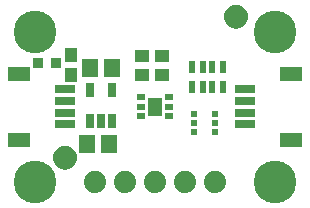
<source format=gbr>
G04 EAGLE Gerber RS-274X export*
G75*
%MOMM*%
%FSLAX34Y34*%
%LPD*%
%INSoldermask Top*%
%IPPOS*%
%AMOC8*
5,1,8,0,0,1.08239X$1,22.5*%
G01*
%ADD10R,0.651600X0.501600*%
%ADD11R,1.151600X1.601600*%
%ADD12R,1.341600X1.601600*%
%ADD13R,0.651600X1.301600*%
%ADD14R,1.176600X1.101600*%
%ADD15R,0.551600X1.001600*%
%ADD16R,0.601600X0.601600*%
%ADD17R,0.601600X0.501600*%
%ADD18C,3.617600*%
%ADD19R,1.651600X0.701600*%
%ADD20R,1.901600X1.301600*%
%ADD21C,1.101600*%
%ADD22C,0.500000*%
%ADD23R,0.901600X0.901600*%
%ADD24R,1.101600X1.176600*%
%ADD25C,1.879600*%


D10*
X114750Y80900D03*
X114750Y88900D03*
X114750Y96900D03*
X139250Y80900D03*
X139250Y88900D03*
X139250Y96900D03*
D11*
X127000Y88900D03*
D12*
X69240Y57150D03*
X88240Y57150D03*
D13*
X71780Y77169D03*
X81280Y77169D03*
X90780Y77169D03*
X90780Y103171D03*
X71780Y103171D03*
D12*
X71780Y121920D03*
X90780Y121920D03*
D14*
X115960Y115570D03*
X132960Y115570D03*
D15*
X184450Y105800D03*
X184450Y122800D03*
X175450Y105800D03*
X167450Y105800D03*
X158450Y105800D03*
X158450Y122800D03*
X175450Y122800D03*
X167450Y122800D03*
D16*
X177910Y67430D03*
D17*
X177910Y74930D03*
D16*
X177910Y82430D03*
X159910Y82430D03*
D17*
X159910Y74930D03*
D16*
X159910Y67430D03*
D18*
X25400Y152400D03*
X228600Y152400D03*
D19*
X203460Y83900D03*
X203460Y93900D03*
X203460Y73900D03*
X203460Y103900D03*
D20*
X242460Y60900D03*
X242460Y116900D03*
D19*
X50540Y93900D03*
X50540Y83900D03*
X50540Y103900D03*
X50540Y73900D03*
D20*
X11540Y116900D03*
X11540Y60900D03*
D21*
X50800Y45720D03*
D22*
X50800Y53220D02*
X50619Y53218D01*
X50438Y53211D01*
X50257Y53200D01*
X50076Y53185D01*
X49896Y53165D01*
X49716Y53141D01*
X49537Y53113D01*
X49359Y53080D01*
X49182Y53043D01*
X49005Y53002D01*
X48830Y52957D01*
X48655Y52907D01*
X48482Y52853D01*
X48311Y52795D01*
X48140Y52733D01*
X47972Y52666D01*
X47805Y52596D01*
X47639Y52522D01*
X47476Y52443D01*
X47315Y52361D01*
X47155Y52275D01*
X46998Y52185D01*
X46843Y52091D01*
X46690Y51994D01*
X46540Y51892D01*
X46392Y51788D01*
X46246Y51679D01*
X46104Y51568D01*
X45964Y51452D01*
X45827Y51334D01*
X45692Y51212D01*
X45561Y51087D01*
X45433Y50959D01*
X45308Y50828D01*
X45186Y50693D01*
X45068Y50556D01*
X44952Y50416D01*
X44841Y50274D01*
X44732Y50128D01*
X44628Y49980D01*
X44526Y49830D01*
X44429Y49677D01*
X44335Y49522D01*
X44245Y49365D01*
X44159Y49205D01*
X44077Y49044D01*
X43998Y48881D01*
X43924Y48715D01*
X43854Y48548D01*
X43787Y48380D01*
X43725Y48209D01*
X43667Y48038D01*
X43613Y47865D01*
X43563Y47690D01*
X43518Y47515D01*
X43477Y47338D01*
X43440Y47161D01*
X43407Y46983D01*
X43379Y46804D01*
X43355Y46624D01*
X43335Y46444D01*
X43320Y46263D01*
X43309Y46082D01*
X43302Y45901D01*
X43300Y45720D01*
X50800Y53220D02*
X50981Y53218D01*
X51162Y53211D01*
X51343Y53200D01*
X51524Y53185D01*
X51704Y53165D01*
X51884Y53141D01*
X52063Y53113D01*
X52241Y53080D01*
X52418Y53043D01*
X52595Y53002D01*
X52770Y52957D01*
X52945Y52907D01*
X53118Y52853D01*
X53289Y52795D01*
X53460Y52733D01*
X53628Y52666D01*
X53795Y52596D01*
X53961Y52522D01*
X54124Y52443D01*
X54285Y52361D01*
X54445Y52275D01*
X54602Y52185D01*
X54757Y52091D01*
X54910Y51994D01*
X55060Y51892D01*
X55208Y51788D01*
X55354Y51679D01*
X55496Y51568D01*
X55636Y51452D01*
X55773Y51334D01*
X55908Y51212D01*
X56039Y51087D01*
X56167Y50959D01*
X56292Y50828D01*
X56414Y50693D01*
X56532Y50556D01*
X56648Y50416D01*
X56759Y50274D01*
X56868Y50128D01*
X56972Y49980D01*
X57074Y49830D01*
X57171Y49677D01*
X57265Y49522D01*
X57355Y49365D01*
X57441Y49205D01*
X57523Y49044D01*
X57602Y48881D01*
X57676Y48715D01*
X57746Y48548D01*
X57813Y48380D01*
X57875Y48209D01*
X57933Y48038D01*
X57987Y47865D01*
X58037Y47690D01*
X58082Y47515D01*
X58123Y47338D01*
X58160Y47161D01*
X58193Y46983D01*
X58221Y46804D01*
X58245Y46624D01*
X58265Y46444D01*
X58280Y46263D01*
X58291Y46082D01*
X58298Y45901D01*
X58300Y45720D01*
X58298Y45539D01*
X58291Y45358D01*
X58280Y45177D01*
X58265Y44996D01*
X58245Y44816D01*
X58221Y44636D01*
X58193Y44457D01*
X58160Y44279D01*
X58123Y44102D01*
X58082Y43925D01*
X58037Y43750D01*
X57987Y43575D01*
X57933Y43402D01*
X57875Y43231D01*
X57813Y43060D01*
X57746Y42892D01*
X57676Y42725D01*
X57602Y42559D01*
X57523Y42396D01*
X57441Y42235D01*
X57355Y42075D01*
X57265Y41918D01*
X57171Y41763D01*
X57074Y41610D01*
X56972Y41460D01*
X56868Y41312D01*
X56759Y41166D01*
X56648Y41024D01*
X56532Y40884D01*
X56414Y40747D01*
X56292Y40612D01*
X56167Y40481D01*
X56039Y40353D01*
X55908Y40228D01*
X55773Y40106D01*
X55636Y39988D01*
X55496Y39872D01*
X55354Y39761D01*
X55208Y39652D01*
X55060Y39548D01*
X54910Y39446D01*
X54757Y39349D01*
X54602Y39255D01*
X54445Y39165D01*
X54285Y39079D01*
X54124Y38997D01*
X53961Y38918D01*
X53795Y38844D01*
X53628Y38774D01*
X53460Y38707D01*
X53289Y38645D01*
X53118Y38587D01*
X52945Y38533D01*
X52770Y38483D01*
X52595Y38438D01*
X52418Y38397D01*
X52241Y38360D01*
X52063Y38327D01*
X51884Y38299D01*
X51704Y38275D01*
X51524Y38255D01*
X51343Y38240D01*
X51162Y38229D01*
X50981Y38222D01*
X50800Y38220D01*
X50619Y38222D01*
X50438Y38229D01*
X50257Y38240D01*
X50076Y38255D01*
X49896Y38275D01*
X49716Y38299D01*
X49537Y38327D01*
X49359Y38360D01*
X49182Y38397D01*
X49005Y38438D01*
X48830Y38483D01*
X48655Y38533D01*
X48482Y38587D01*
X48311Y38645D01*
X48140Y38707D01*
X47972Y38774D01*
X47805Y38844D01*
X47639Y38918D01*
X47476Y38997D01*
X47315Y39079D01*
X47155Y39165D01*
X46998Y39255D01*
X46843Y39349D01*
X46690Y39446D01*
X46540Y39548D01*
X46392Y39652D01*
X46246Y39761D01*
X46104Y39872D01*
X45964Y39988D01*
X45827Y40106D01*
X45692Y40228D01*
X45561Y40353D01*
X45433Y40481D01*
X45308Y40612D01*
X45186Y40747D01*
X45068Y40884D01*
X44952Y41024D01*
X44841Y41166D01*
X44732Y41312D01*
X44628Y41460D01*
X44526Y41610D01*
X44429Y41763D01*
X44335Y41918D01*
X44245Y42075D01*
X44159Y42235D01*
X44077Y42396D01*
X43998Y42559D01*
X43924Y42725D01*
X43854Y42892D01*
X43787Y43060D01*
X43725Y43231D01*
X43667Y43402D01*
X43613Y43575D01*
X43563Y43750D01*
X43518Y43925D01*
X43477Y44102D01*
X43440Y44279D01*
X43407Y44457D01*
X43379Y44636D01*
X43355Y44816D01*
X43335Y44996D01*
X43320Y45177D01*
X43309Y45358D01*
X43302Y45539D01*
X43300Y45720D01*
D21*
X195580Y165100D03*
D22*
X195580Y172600D02*
X195399Y172598D01*
X195218Y172591D01*
X195037Y172580D01*
X194856Y172565D01*
X194676Y172545D01*
X194496Y172521D01*
X194317Y172493D01*
X194139Y172460D01*
X193962Y172423D01*
X193785Y172382D01*
X193610Y172337D01*
X193435Y172287D01*
X193262Y172233D01*
X193091Y172175D01*
X192920Y172113D01*
X192752Y172046D01*
X192585Y171976D01*
X192419Y171902D01*
X192256Y171823D01*
X192095Y171741D01*
X191935Y171655D01*
X191778Y171565D01*
X191623Y171471D01*
X191470Y171374D01*
X191320Y171272D01*
X191172Y171168D01*
X191026Y171059D01*
X190884Y170948D01*
X190744Y170832D01*
X190607Y170714D01*
X190472Y170592D01*
X190341Y170467D01*
X190213Y170339D01*
X190088Y170208D01*
X189966Y170073D01*
X189848Y169936D01*
X189732Y169796D01*
X189621Y169654D01*
X189512Y169508D01*
X189408Y169360D01*
X189306Y169210D01*
X189209Y169057D01*
X189115Y168902D01*
X189025Y168745D01*
X188939Y168585D01*
X188857Y168424D01*
X188778Y168261D01*
X188704Y168095D01*
X188634Y167928D01*
X188567Y167760D01*
X188505Y167589D01*
X188447Y167418D01*
X188393Y167245D01*
X188343Y167070D01*
X188298Y166895D01*
X188257Y166718D01*
X188220Y166541D01*
X188187Y166363D01*
X188159Y166184D01*
X188135Y166004D01*
X188115Y165824D01*
X188100Y165643D01*
X188089Y165462D01*
X188082Y165281D01*
X188080Y165100D01*
X195580Y172600D02*
X195761Y172598D01*
X195942Y172591D01*
X196123Y172580D01*
X196304Y172565D01*
X196484Y172545D01*
X196664Y172521D01*
X196843Y172493D01*
X197021Y172460D01*
X197198Y172423D01*
X197375Y172382D01*
X197550Y172337D01*
X197725Y172287D01*
X197898Y172233D01*
X198069Y172175D01*
X198240Y172113D01*
X198408Y172046D01*
X198575Y171976D01*
X198741Y171902D01*
X198904Y171823D01*
X199065Y171741D01*
X199225Y171655D01*
X199382Y171565D01*
X199537Y171471D01*
X199690Y171374D01*
X199840Y171272D01*
X199988Y171168D01*
X200134Y171059D01*
X200276Y170948D01*
X200416Y170832D01*
X200553Y170714D01*
X200688Y170592D01*
X200819Y170467D01*
X200947Y170339D01*
X201072Y170208D01*
X201194Y170073D01*
X201312Y169936D01*
X201428Y169796D01*
X201539Y169654D01*
X201648Y169508D01*
X201752Y169360D01*
X201854Y169210D01*
X201951Y169057D01*
X202045Y168902D01*
X202135Y168745D01*
X202221Y168585D01*
X202303Y168424D01*
X202382Y168261D01*
X202456Y168095D01*
X202526Y167928D01*
X202593Y167760D01*
X202655Y167589D01*
X202713Y167418D01*
X202767Y167245D01*
X202817Y167070D01*
X202862Y166895D01*
X202903Y166718D01*
X202940Y166541D01*
X202973Y166363D01*
X203001Y166184D01*
X203025Y166004D01*
X203045Y165824D01*
X203060Y165643D01*
X203071Y165462D01*
X203078Y165281D01*
X203080Y165100D01*
X203078Y164919D01*
X203071Y164738D01*
X203060Y164557D01*
X203045Y164376D01*
X203025Y164196D01*
X203001Y164016D01*
X202973Y163837D01*
X202940Y163659D01*
X202903Y163482D01*
X202862Y163305D01*
X202817Y163130D01*
X202767Y162955D01*
X202713Y162782D01*
X202655Y162611D01*
X202593Y162440D01*
X202526Y162272D01*
X202456Y162105D01*
X202382Y161939D01*
X202303Y161776D01*
X202221Y161615D01*
X202135Y161455D01*
X202045Y161298D01*
X201951Y161143D01*
X201854Y160990D01*
X201752Y160840D01*
X201648Y160692D01*
X201539Y160546D01*
X201428Y160404D01*
X201312Y160264D01*
X201194Y160127D01*
X201072Y159992D01*
X200947Y159861D01*
X200819Y159733D01*
X200688Y159608D01*
X200553Y159486D01*
X200416Y159368D01*
X200276Y159252D01*
X200134Y159141D01*
X199988Y159032D01*
X199840Y158928D01*
X199690Y158826D01*
X199537Y158729D01*
X199382Y158635D01*
X199225Y158545D01*
X199065Y158459D01*
X198904Y158377D01*
X198741Y158298D01*
X198575Y158224D01*
X198408Y158154D01*
X198240Y158087D01*
X198069Y158025D01*
X197898Y157967D01*
X197725Y157913D01*
X197550Y157863D01*
X197375Y157818D01*
X197198Y157777D01*
X197021Y157740D01*
X196843Y157707D01*
X196664Y157679D01*
X196484Y157655D01*
X196304Y157635D01*
X196123Y157620D01*
X195942Y157609D01*
X195761Y157602D01*
X195580Y157600D01*
X195399Y157602D01*
X195218Y157609D01*
X195037Y157620D01*
X194856Y157635D01*
X194676Y157655D01*
X194496Y157679D01*
X194317Y157707D01*
X194139Y157740D01*
X193962Y157777D01*
X193785Y157818D01*
X193610Y157863D01*
X193435Y157913D01*
X193262Y157967D01*
X193091Y158025D01*
X192920Y158087D01*
X192752Y158154D01*
X192585Y158224D01*
X192419Y158298D01*
X192256Y158377D01*
X192095Y158459D01*
X191935Y158545D01*
X191778Y158635D01*
X191623Y158729D01*
X191470Y158826D01*
X191320Y158928D01*
X191172Y159032D01*
X191026Y159141D01*
X190884Y159252D01*
X190744Y159368D01*
X190607Y159486D01*
X190472Y159608D01*
X190341Y159733D01*
X190213Y159861D01*
X190088Y159992D01*
X189966Y160127D01*
X189848Y160264D01*
X189732Y160404D01*
X189621Y160546D01*
X189512Y160692D01*
X189408Y160840D01*
X189306Y160990D01*
X189209Y161143D01*
X189115Y161298D01*
X189025Y161455D01*
X188939Y161615D01*
X188857Y161776D01*
X188778Y161939D01*
X188704Y162105D01*
X188634Y162272D01*
X188567Y162440D01*
X188505Y162611D01*
X188447Y162782D01*
X188393Y162955D01*
X188343Y163130D01*
X188298Y163305D01*
X188257Y163482D01*
X188220Y163659D01*
X188187Y163837D01*
X188159Y164016D01*
X188135Y164196D01*
X188115Y164376D01*
X188100Y164557D01*
X188089Y164738D01*
X188082Y164919D01*
X188080Y165100D01*
D18*
X25400Y25400D03*
X228600Y25400D03*
D23*
X28060Y125730D03*
X43060Y125730D03*
D24*
X55880Y132960D03*
X55880Y115960D03*
D25*
X76200Y25400D03*
X101600Y25400D03*
X127000Y25400D03*
X152400Y25400D03*
X177800Y25400D03*
D14*
X115960Y132080D03*
X132960Y132080D03*
M02*

</source>
